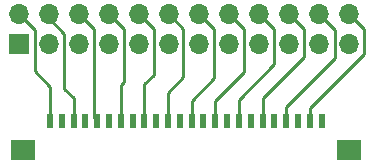
<source format=gbr>
%TF.GenerationSoftware,KiCad,Pcbnew,7.0.6*%
%TF.CreationDate,2025-05-21T13:55:29+01:00*%
%TF.ProjectId,CubeConnector,43756265-436f-46e6-9e65-63746f722e6b,rev?*%
%TF.SameCoordinates,Original*%
%TF.FileFunction,Copper,L2,Bot*%
%TF.FilePolarity,Positive*%
%FSLAX46Y46*%
G04 Gerber Fmt 4.6, Leading zero omitted, Abs format (unit mm)*
G04 Created by KiCad (PCBNEW 7.0.6) date 2025-05-21 13:55:29*
%MOMM*%
%LPD*%
G01*
G04 APERTURE LIST*
%TA.AperFunction,ComponentPad*%
%ADD10R,1.700000X1.700000*%
%TD*%
%TA.AperFunction,ComponentPad*%
%ADD11O,1.700000X1.700000*%
%TD*%
%TA.AperFunction,SMDPad,CuDef*%
%ADD12R,2.000000X1.800000*%
%TD*%
%TA.AperFunction,SMDPad,CuDef*%
%ADD13R,0.600000X1.300000*%
%TD*%
%TA.AperFunction,Conductor*%
%ADD14C,0.250000*%
%TD*%
G04 APERTURE END LIST*
D10*
%TO.P,REF\u002A\u002A,1*%
%TO.N,N/C*%
X61280000Y-24600000D03*
D11*
%TO.P,REF\u002A\u002A,2*%
X61280000Y-22060000D03*
%TO.P,REF\u002A\u002A,3*%
X63820000Y-24600000D03*
%TO.P,REF\u002A\u002A,4*%
X63820000Y-22060000D03*
%TO.P,REF\u002A\u002A,5*%
X66360000Y-24600000D03*
%TO.P,REF\u002A\u002A,6*%
X66360000Y-22060000D03*
%TO.P,REF\u002A\u002A,7*%
X68900000Y-24600000D03*
%TO.P,REF\u002A\u002A,8*%
X68900000Y-22060000D03*
%TO.P,REF\u002A\u002A,9*%
X71440000Y-24600000D03*
%TO.P,REF\u002A\u002A,10*%
X71440000Y-22060000D03*
%TO.P,REF\u002A\u002A,11*%
X73980000Y-24600000D03*
%TO.P,REF\u002A\u002A,12*%
X73980000Y-22060000D03*
%TO.P,REF\u002A\u002A,13*%
X76520000Y-24600000D03*
%TO.P,REF\u002A\u002A,14*%
X76520000Y-22060000D03*
%TO.P,REF\u002A\u002A,15*%
X79060000Y-24600000D03*
%TO.P,REF\u002A\u002A,16*%
X79060000Y-22060000D03*
%TO.P,REF\u002A\u002A,17*%
X81600000Y-24600000D03*
%TO.P,REF\u002A\u002A,18*%
X81600000Y-22060000D03*
%TO.P,REF\u002A\u002A,19*%
X84140000Y-24600000D03*
%TO.P,REF\u002A\u002A,20*%
X84140000Y-22060000D03*
%TO.P,REF\u002A\u002A,21*%
X86680000Y-24600000D03*
%TO.P,REF\u002A\u002A,22*%
X86680000Y-22060000D03*
%TO.P,REF\u002A\u002A,23*%
X89220000Y-24600000D03*
%TO.P,REF\u002A\u002A,24*%
X89220000Y-22060000D03*
%TD*%
D12*
%TO.P,REF\u002A\u002A,0*%
%TO.N,N/C*%
X89200000Y-33600000D03*
X61600000Y-33600000D03*
D13*
%TO.P,REF\u002A\u002A,1*%
X86900000Y-31100000D03*
%TO.P,REF\u002A\u002A,2*%
X85900000Y-31100000D03*
%TO.P,REF\u002A\u002A,3*%
X84900000Y-31100000D03*
%TO.P,REF\u002A\u002A,4*%
X83900000Y-31100000D03*
%TO.P,REF\u002A\u002A,5*%
X82900000Y-31100000D03*
%TO.P,REF\u002A\u002A,6*%
X81900000Y-31100000D03*
%TO.P,REF\u002A\u002A,7*%
X80900000Y-31100000D03*
%TO.P,REF\u002A\u002A,8*%
X79900000Y-31100000D03*
%TO.P,REF\u002A\u002A,9*%
X78900000Y-31100000D03*
%TO.P,REF\u002A\u002A,10*%
X77900000Y-31100000D03*
%TO.P,REF\u002A\u002A,11*%
X76900000Y-31100000D03*
%TO.P,REF\u002A\u002A,12*%
X75900000Y-31100000D03*
%TO.P,REF\u002A\u002A,13*%
X74900000Y-31100000D03*
%TO.P,REF\u002A\u002A,14*%
X73900000Y-31100000D03*
%TO.P,REF\u002A\u002A,15*%
X72900000Y-31100000D03*
%TO.P,REF\u002A\u002A,16*%
X71900000Y-31100000D03*
%TO.P,REF\u002A\u002A,17*%
X70900000Y-31100000D03*
%TO.P,REF\u002A\u002A,18*%
X69900000Y-31100000D03*
%TO.P,REF\u002A\u002A,19*%
X68900000Y-31100000D03*
%TO.P,REF\u002A\u002A,20*%
X67900000Y-31100000D03*
%TO.P,REF\u002A\u002A,21*%
X66900000Y-31100000D03*
%TO.P,REF\u002A\u002A,22*%
X65900000Y-31100000D03*
%TO.P,REF\u002A\u002A,23*%
X64900000Y-31100000D03*
%TO.P,REF\u002A\u002A,24*%
X63900000Y-31100000D03*
%TD*%
D14*
%TO.N,*%
X90500000Y-25400000D02*
X85900000Y-30000000D01*
X61280000Y-22060000D02*
X62600000Y-23380000D01*
X72700000Y-23320000D02*
X72700000Y-27200000D01*
X68900000Y-22060000D02*
X70200000Y-23360000D01*
X80300000Y-23300000D02*
X80300000Y-27000000D01*
X65100000Y-28400000D02*
X65900000Y-29200000D01*
X62600000Y-26900000D02*
X63900000Y-28200000D01*
X62600000Y-23380000D02*
X62600000Y-26900000D01*
X88000000Y-23380000D02*
X88000000Y-25800000D01*
X85900000Y-30000000D02*
X85900000Y-31100000D01*
X75200000Y-23280000D02*
X75200000Y-27400000D01*
X82900000Y-23360000D02*
X82900000Y-26300000D01*
X63820000Y-22060000D02*
X63820000Y-22420000D01*
X65100000Y-23700000D02*
X65100000Y-28400000D01*
X69900000Y-28100000D02*
X69900000Y-31100000D01*
X76520000Y-22060000D02*
X77800000Y-23340000D01*
X73980000Y-22060000D02*
X75200000Y-23280000D01*
X80300000Y-27000000D02*
X77900000Y-29400000D01*
X63900000Y-28200000D02*
X63900000Y-31100000D01*
X70200000Y-27800000D02*
X69900000Y-28100000D01*
X82900000Y-26300000D02*
X79900000Y-29300000D01*
X70200000Y-23360000D02*
X70200000Y-27800000D01*
X81600000Y-22060000D02*
X82900000Y-23360000D01*
X71900000Y-28000000D02*
X71900000Y-31100000D01*
X81900000Y-29200000D02*
X81900000Y-31100000D01*
X89220000Y-22060000D02*
X90500000Y-23340000D01*
X79900000Y-29300000D02*
X79900000Y-31100000D01*
X77800000Y-27500000D02*
X75900000Y-29400000D01*
X72700000Y-27200000D02*
X71900000Y-28000000D01*
X86680000Y-22060000D02*
X88000000Y-23380000D01*
X85400000Y-23320000D02*
X85400000Y-25700000D01*
X90500000Y-23340000D02*
X90500000Y-25400000D01*
X75200000Y-27400000D02*
X73900000Y-28700000D01*
X77800000Y-23340000D02*
X77800000Y-27500000D01*
X63820000Y-22420000D02*
X65100000Y-23700000D01*
X79060000Y-22060000D02*
X80300000Y-23300000D01*
X67600000Y-23300000D02*
X67600000Y-30800000D01*
X65900000Y-29200000D02*
X65900000Y-31100000D01*
X83900000Y-29900000D02*
X83900000Y-31100000D01*
X75900000Y-29400000D02*
X75900000Y-31100000D01*
X73900000Y-28700000D02*
X73900000Y-31100000D01*
X77900000Y-29400000D02*
X77900000Y-31100000D01*
X67600000Y-30800000D02*
X67900000Y-31100000D01*
X66360000Y-22060000D02*
X67600000Y-23300000D01*
X71440000Y-22060000D02*
X72700000Y-23320000D01*
X84140000Y-22060000D02*
X85400000Y-23320000D01*
X88000000Y-25800000D02*
X83900000Y-29900000D01*
X85400000Y-25700000D02*
X81900000Y-29200000D01*
%TD*%
M02*

</source>
